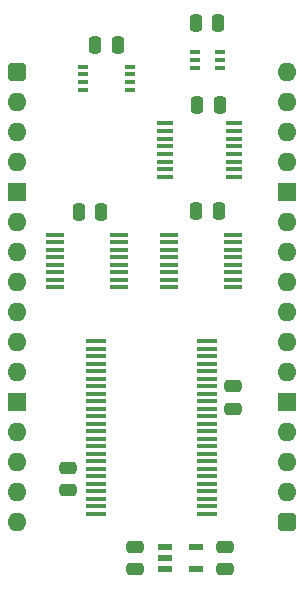
<source format=gts>
%TF.GenerationSoftware,KiCad,Pcbnew,8.0.7*%
%TF.CreationDate,2025-01-16T10:44:44+02:00*%
%TF.ProjectId,Video Pixel Advance,56696465-6f20-4506-9978-656c20416476,V0*%
%TF.SameCoordinates,Original*%
%TF.FileFunction,Soldermask,Top*%
%TF.FilePolarity,Negative*%
%FSLAX46Y46*%
G04 Gerber Fmt 4.6, Leading zero omitted, Abs format (unit mm)*
G04 Created by KiCad (PCBNEW 8.0.7) date 2025-01-16 10:44:44*
%MOMM*%
%LPD*%
G01*
G04 APERTURE LIST*
G04 Aperture macros list*
%AMRoundRect*
0 Rectangle with rounded corners*
0 $1 Rounding radius*
0 $2 $3 $4 $5 $6 $7 $8 $9 X,Y pos of 4 corners*
0 Add a 4 corners polygon primitive as box body*
4,1,4,$2,$3,$4,$5,$6,$7,$8,$9,$2,$3,0*
0 Add four circle primitives for the rounded corners*
1,1,$1+$1,$2,$3*
1,1,$1+$1,$4,$5*
1,1,$1+$1,$6,$7*
1,1,$1+$1,$8,$9*
0 Add four rect primitives between the rounded corners*
20,1,$1+$1,$2,$3,$4,$5,0*
20,1,$1+$1,$4,$5,$6,$7,0*
20,1,$1+$1,$6,$7,$8,$9,0*
20,1,$1+$1,$8,$9,$2,$3,0*%
G04 Aperture macros list end*
%ADD10RoundRect,0.250000X0.475000X-0.250000X0.475000X0.250000X-0.475000X0.250000X-0.475000X-0.250000X0*%
%ADD11O,1.600000X1.600000*%
%ADD12R,1.600000X1.600000*%
%ADD13RoundRect,0.400000X-0.400000X-0.400000X0.400000X-0.400000X0.400000X0.400000X-0.400000X0.400000X0*%
%ADD14RoundRect,0.250000X0.250000X0.475000X-0.250000X0.475000X-0.250000X-0.475000X0.250000X-0.475000X0*%
%ADD15R,0.950000X0.450000*%
%ADD16R,1.450000X0.450000*%
%ADD17R,1.525000X0.430000*%
%ADD18RoundRect,0.250000X-0.475000X0.250000X-0.475000X-0.250000X0.475000X-0.250000X0.475000X0.250000X0*%
%ADD19R,1.150000X0.600000*%
%ADD20R,1.800000X0.430000*%
%ADD21R,0.875000X0.450000*%
G04 APERTURE END LIST*
D10*
%TO.C,C9*%
X17653000Y-40182000D03*
X17653000Y-42082000D03*
%TD*%
D11*
%TO.C,J1*%
X22860000Y0D03*
X22860000Y-2540000D03*
X22860000Y-5080000D03*
X22860000Y-7620000D03*
D12*
X22860000Y-10160000D03*
D11*
X22860000Y-12700000D03*
X22860000Y-15240000D03*
X22860000Y-17780000D03*
X22860000Y-20320000D03*
X22860000Y-22860000D03*
X22860000Y-25400000D03*
D12*
X22860000Y-27940000D03*
D11*
X22860000Y-30480000D03*
X22860000Y-33020000D03*
X22860000Y-35560000D03*
D13*
X22860000Y-38100000D03*
D11*
X0Y-38100000D03*
X0Y-35560000D03*
X0Y-33020000D03*
X0Y-30480000D03*
D12*
X0Y-27940000D03*
D11*
X0Y-25400000D03*
X0Y-22860000D03*
X0Y-20320000D03*
X0Y-17780000D03*
X0Y-15240000D03*
X0Y-12700000D03*
D12*
X0Y-10160000D03*
D11*
X0Y-7620000D03*
X0Y-5080000D03*
X0Y-2540000D03*
D13*
X0Y0D03*
%TD*%
D14*
%TO.C,C3*%
X6654000Y2286000D03*
X8554000Y2286000D03*
%TD*%
%TO.C,C4*%
X15188400Y-11785600D03*
X17088400Y-11785600D03*
%TD*%
%TO.C,C6*%
X15290000Y-2794000D03*
X17190000Y-2794000D03*
%TD*%
%TO.C,C5*%
X5257000Y-11811000D03*
X7157000Y-11811000D03*
%TD*%
D15*
%TO.C,IC3*%
X9595000Y467000D03*
X9595000Y-183000D03*
X9595000Y-833000D03*
X9595000Y-1483000D03*
X5645000Y-1483000D03*
X5645000Y-833000D03*
X5645000Y-183000D03*
X5645000Y467000D03*
%TD*%
D16*
%TO.C,IC6*%
X18419000Y-4329000D03*
X18419000Y-4979000D03*
X18419000Y-5629000D03*
X18419000Y-6279000D03*
X18419000Y-6929000D03*
X18419000Y-7579000D03*
X18419000Y-8229000D03*
X18419000Y-8879000D03*
X12569000Y-8879000D03*
X12569000Y-8229000D03*
X12569000Y-7579000D03*
X12569000Y-6929000D03*
X12569000Y-6279000D03*
X12569000Y-5629000D03*
X12569000Y-4979000D03*
X12569000Y-4329000D03*
%TD*%
D17*
%TO.C,IC1*%
X8681000Y-13780000D03*
X8681000Y-14414000D03*
X8681000Y-15050000D03*
X8681000Y-15684000D03*
X8681000Y-16320000D03*
X8681000Y-16954000D03*
X8681000Y-17590000D03*
X8681000Y-18224000D03*
X3257000Y-18224000D03*
X3257000Y-17590000D03*
X3257000Y-16954000D03*
X3257000Y-16320000D03*
X3257000Y-15684000D03*
X3257000Y-15050000D03*
X3257000Y-14414000D03*
X3257000Y-13780000D03*
%TD*%
D18*
%TO.C,C1*%
X4318000Y-35428000D03*
X4318000Y-33528000D03*
%TD*%
D10*
%TO.C,C8*%
X10033000Y-40182000D03*
X10033000Y-42082000D03*
%TD*%
D19*
%TO.C,IC7*%
X15143000Y-40198000D03*
X15143000Y-42098000D03*
X12543000Y-42098000D03*
X12543000Y-41148000D03*
X12543000Y-40198000D03*
%TD*%
D14*
%TO.C,C2*%
X15163000Y4191000D03*
X17063000Y4191000D03*
%TD*%
D18*
%TO.C,C7*%
X18288000Y-28525000D03*
X18288000Y-26625000D03*
%TD*%
D17*
%TO.C,IC5*%
X18333000Y-13780000D03*
X18333000Y-14414000D03*
X18333000Y-15050000D03*
X18333000Y-15684000D03*
X18333000Y-16320000D03*
X18333000Y-16954000D03*
X18333000Y-17590000D03*
X18333000Y-18224000D03*
X12909000Y-18224000D03*
X12909000Y-17590000D03*
X12909000Y-16954000D03*
X12909000Y-16320000D03*
X12909000Y-15684000D03*
X12909000Y-15050000D03*
X12909000Y-14414000D03*
X12909000Y-13780000D03*
%TD*%
D20*
%TO.C,IC2*%
X6730000Y-37401000D03*
X6730000Y-36767000D03*
X6730000Y-36131000D03*
X6730000Y-35497000D03*
X6730000Y-34861000D03*
X6730000Y-34227000D03*
X6730000Y-33591000D03*
X6730000Y-32957000D03*
X6730000Y-32321000D03*
X6730000Y-31687000D03*
X6730000Y-31051000D03*
X6730000Y-30417000D03*
X6730000Y-29781000D03*
X6730000Y-29147000D03*
X6730000Y-28511000D03*
X6730000Y-27877000D03*
X6730000Y-27241000D03*
X6730000Y-26607000D03*
X6730000Y-25971000D03*
X6730000Y-25337000D03*
X6730000Y-24701000D03*
X6730000Y-24067000D03*
X6730000Y-23431000D03*
X6730000Y-22797000D03*
X16130000Y-22797000D03*
X16130000Y-23431000D03*
X16130000Y-24067000D03*
X16130000Y-24701000D03*
X16130000Y-25337000D03*
X16130000Y-25971000D03*
X16130000Y-26607000D03*
X16130000Y-27241000D03*
X16130000Y-27877000D03*
X16130000Y-28511000D03*
X16130000Y-29147000D03*
X16130000Y-29781000D03*
X16130000Y-30417000D03*
X16130000Y-31051000D03*
X16130000Y-31687000D03*
X16130000Y-32321000D03*
X16130000Y-32957000D03*
X16130000Y-33591000D03*
X16130000Y-34227000D03*
X16130000Y-34861000D03*
X16130000Y-35497000D03*
X16130000Y-36131000D03*
X16130000Y-36767000D03*
X16130000Y-37401000D03*
%TD*%
D21*
%TO.C,IC4*%
X17191000Y1666000D03*
X17191000Y1016000D03*
X17191000Y366000D03*
X15067000Y366000D03*
X15067000Y1016000D03*
X15067000Y1666000D03*
%TD*%
M02*

</source>
